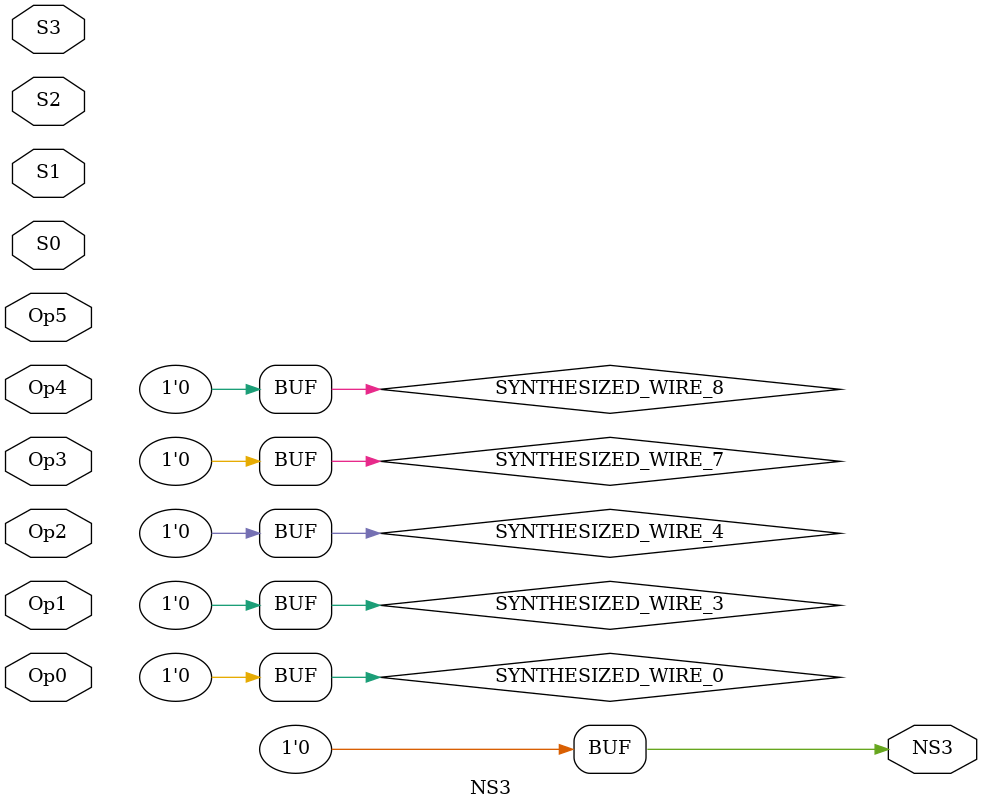
<source format=v>


module NS3(
	Op5,
	Op4,
	Op3,
	Op2,
	Op1,
	Op0,
	S3,
	S2,
	S1,
	S0,
	NS3
);


input wire	Op5;
input wire	Op4;
input wire	Op3;
input wire	Op2;
input wire	Op1;
input wire	Op0;
input wire	S3;
input wire	S2;
input wire	S1;
input wire	S0;
output wire	NS3;

wire	SYNTHESIZED_WIRE_0;
wire	SYNTHESIZED_WIRE_1;
wire	SYNTHESIZED_WIRE_2;
wire	SYNTHESIZED_WIRE_3;
wire	SYNTHESIZED_WIRE_4;
wire	SYNTHESIZED_WIRE_5;
wire	SYNTHESIZED_WIRE_6;
wire	SYNTHESIZED_WIRE_7;
wire	SYNTHESIZED_WIRE_8;

assign	SYNTHESIZED_WIRE_4 = 0;



assign	NS3 = SYNTHESIZED_WIRE_0 & SYNTHESIZED_WIRE_1;

assign	SYNTHESIZED_WIRE_8 = SYNTHESIZED_WIRE_2 & Op2;

assign	SYNTHESIZED_WIRE_0 = SYNTHESIZED_WIRE_3 & S0;

assign	SYNTHESIZED_WIRE_5 = Op5 | Op3 | Op4 | Op0 | S2 | S3 | S1 | SYNTHESIZED_WIRE_4;

assign	SYNTHESIZED_WIRE_1 =  ~SYNTHESIZED_WIRE_5;


assign	SYNTHESIZED_WIRE_7 = Op1 & SYNTHESIZED_WIRE_6;

assign	SYNTHESIZED_WIRE_2 =  ~Op2;

assign	SYNTHESIZED_WIRE_6 =  ~Op1;

assign	SYNTHESIZED_WIRE_3 = SYNTHESIZED_WIRE_7 | SYNTHESIZED_WIRE_8;


endmodule

</source>
